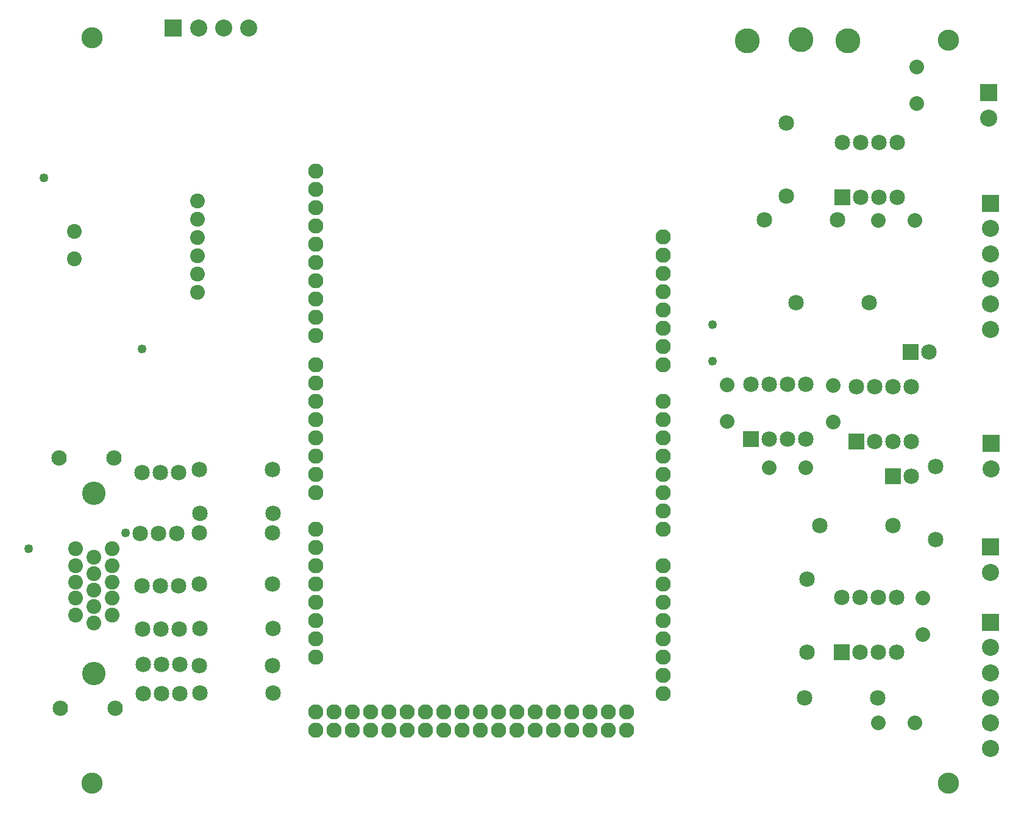
<source format=gts>
G04 MADE WITH FRITZING*
G04 WWW.FRITZING.ORG*
G04 DOUBLE SIDED*
G04 HOLES PLATED*
G04 CONTOUR ON CENTER OF CONTOUR VECTOR*
%ASAXBY*%
%FSLAX23Y23*%
%MOIN*%
%OFA0B0*%
%SFA1.0B1.0*%
%ADD10C,0.049370*%
%ADD11C,0.085000*%
%ADD12C,0.080000*%
%ADD13C,0.116000*%
%ADD14C,0.080866*%
%ADD15C,0.128110*%
%ADD16C,0.082917*%
%ADD17C,0.084000*%
%ADD18C,0.136614*%
%ADD19C,0.093307*%
%ADD20R,0.085000X0.085000*%
%ADD21R,0.093307X0.093307*%
%LNMASK1*%
G90*
G70*
G54D10*
X3820Y2733D03*
X3820Y2533D03*
X82Y1506D03*
X609Y1591D03*
X163Y3536D03*
X699Y2600D03*
G54D11*
X4407Y1634D03*
X4807Y1634D03*
X4527Y938D03*
X4527Y1238D03*
X4627Y938D03*
X4627Y1238D03*
X4727Y938D03*
X4727Y1238D03*
X4827Y938D03*
X4827Y1238D03*
X4529Y3430D03*
X4529Y3730D03*
X4629Y3430D03*
X4629Y3730D03*
X4729Y3430D03*
X4729Y3730D03*
X4829Y3430D03*
X4829Y3730D03*
X4607Y2094D03*
X4607Y2394D03*
X4707Y2094D03*
X4707Y2394D03*
X4807Y2094D03*
X4807Y2394D03*
X4907Y2094D03*
X4907Y2394D03*
X4029Y2107D03*
X4029Y2407D03*
X4129Y2107D03*
X4129Y2407D03*
X4229Y2107D03*
X4229Y2407D03*
X4329Y2107D03*
X4329Y2407D03*
G54D12*
X3899Y2403D03*
X3899Y2203D03*
X4480Y2400D03*
X4480Y2200D03*
X4132Y1948D03*
X4332Y1948D03*
X4969Y1236D03*
X4969Y1036D03*
X4928Y3302D03*
X4728Y3302D03*
X4928Y553D03*
X4728Y553D03*
X4938Y4141D03*
X4938Y3941D03*
G54D11*
X4337Y938D03*
X4337Y1338D03*
X4276Y2854D03*
X4676Y2854D03*
X5039Y1557D03*
X5039Y1957D03*
X4105Y3305D03*
X4505Y3305D03*
X4325Y688D03*
X4725Y688D03*
X4224Y3435D03*
X4224Y3835D03*
X4806Y1903D03*
X4906Y1903D03*
X4904Y2584D03*
X5004Y2584D03*
G54D13*
X5112Y223D03*
X5111Y4288D03*
X427Y223D03*
X428Y4304D03*
G54D14*
X538Y1413D03*
X538Y1235D03*
X538Y1324D03*
X538Y1505D03*
X330Y3241D03*
X330Y3091D03*
X1004Y3410D03*
X1004Y3310D03*
X1004Y3210D03*
X1004Y3110D03*
X1004Y3010D03*
X1004Y2910D03*
X538Y1143D03*
X437Y1369D03*
X437Y1279D03*
X437Y1458D03*
X437Y1188D03*
X437Y1098D03*
X337Y1143D03*
X337Y1505D03*
X337Y1413D03*
X337Y1324D03*
X337Y1235D03*
G54D15*
X436Y1810D03*
X437Y823D03*
G54D16*
X3551Y1313D03*
X3551Y2913D03*
X3551Y1213D03*
X3551Y1113D03*
X3551Y1013D03*
X3551Y913D03*
X2151Y613D03*
X3551Y813D03*
X3551Y713D03*
X1651Y2873D03*
X3551Y2313D03*
X3551Y2213D03*
X3551Y2113D03*
X3551Y2013D03*
X2951Y613D03*
X3551Y1913D03*
X3551Y1813D03*
X3551Y1713D03*
X3551Y1613D03*
X1651Y2113D03*
X1751Y613D03*
X2551Y613D03*
X3351Y613D03*
X1651Y3273D03*
X3551Y2513D03*
X1651Y2513D03*
X1951Y613D03*
X2351Y613D03*
X2751Y613D03*
X1651Y913D03*
X3151Y613D03*
X1651Y1013D03*
X1651Y1113D03*
X1651Y1213D03*
X1651Y1313D03*
X1651Y1413D03*
X1651Y1513D03*
X1651Y1613D03*
X1651Y3473D03*
X1651Y3073D03*
X1651Y2673D03*
X3551Y3113D03*
X3551Y2713D03*
X1651Y1913D03*
X1651Y2313D03*
X1651Y613D03*
X1851Y613D03*
X2051Y613D03*
X2251Y613D03*
X2451Y613D03*
X2651Y613D03*
X2851Y613D03*
X3051Y613D03*
X3251Y613D03*
X1651Y3573D03*
X1651Y3373D03*
X1651Y3173D03*
X1651Y2973D03*
X1651Y2773D03*
X3551Y3213D03*
X3551Y3013D03*
X3551Y2813D03*
X3551Y2613D03*
X1651Y1813D03*
X1651Y2013D03*
X1651Y2213D03*
X1651Y2413D03*
X1651Y513D03*
X1751Y513D03*
X1851Y513D03*
X1951Y513D03*
X2051Y513D03*
X2151Y513D03*
X2251Y513D03*
X2351Y513D03*
X2451Y513D03*
X2551Y513D03*
X2651Y513D03*
X2751Y513D03*
X2851Y513D03*
X2951Y513D03*
X3051Y513D03*
X3151Y513D03*
X3251Y513D03*
X3351Y513D03*
X3551Y1413D03*
X3551Y1313D03*
X3551Y2913D03*
X3551Y1213D03*
X3551Y1113D03*
X3551Y1013D03*
X3551Y913D03*
X2151Y613D03*
X3551Y813D03*
X3551Y713D03*
X1651Y2873D03*
X3551Y2313D03*
X3551Y2213D03*
X3551Y2113D03*
X3551Y2013D03*
X2951Y613D03*
X3551Y1913D03*
X3551Y1813D03*
X3551Y1713D03*
X3551Y1613D03*
X1651Y2113D03*
X1751Y613D03*
X2551Y613D03*
X3351Y613D03*
X1651Y3273D03*
X3551Y2513D03*
X1651Y2513D03*
X1951Y613D03*
X2351Y613D03*
X2751Y613D03*
X1651Y913D03*
X3151Y613D03*
X1651Y1013D03*
X1651Y1113D03*
X1651Y1213D03*
X1651Y1313D03*
X1651Y1413D03*
X1651Y1513D03*
X1651Y1613D03*
X1651Y3473D03*
X1651Y3073D03*
X1651Y2673D03*
X3551Y3113D03*
X3551Y2713D03*
X1651Y1913D03*
X1651Y2313D03*
X1651Y613D03*
X1851Y613D03*
X2051Y613D03*
X2251Y613D03*
X2451Y613D03*
X2651Y613D03*
X2851Y613D03*
X3051Y613D03*
X3251Y613D03*
X1651Y3573D03*
X1651Y3373D03*
X1651Y3173D03*
X1651Y2973D03*
X1651Y2773D03*
X3551Y3213D03*
X3551Y3013D03*
X3551Y2813D03*
X3551Y2613D03*
X1651Y1813D03*
X1651Y2013D03*
X1651Y2213D03*
X1651Y2413D03*
X1651Y513D03*
X1751Y513D03*
X1851Y513D03*
X1951Y513D03*
X2051Y513D03*
X2151Y513D03*
X2251Y513D03*
X2351Y513D03*
X2451Y513D03*
X2551Y513D03*
X2651Y513D03*
X2751Y513D03*
X2851Y513D03*
X2951Y513D03*
X3051Y513D03*
X3151Y513D03*
X3251Y513D03*
X3351Y513D03*
X3551Y1413D03*
G54D11*
X1015Y1312D03*
X1415Y1312D03*
X1016Y1068D03*
X1416Y1068D03*
X1015Y1592D03*
X1415Y1592D03*
X1016Y1700D03*
X1416Y1700D03*
X1015Y866D03*
X1415Y866D03*
X1415Y1939D03*
X1015Y1939D03*
X1417Y717D03*
X1017Y717D03*
G54D17*
X547Y2002D03*
X247Y2002D03*
X547Y2002D03*
X247Y2002D03*
G54D18*
X4562Y4287D03*
X4012Y4287D03*
G54D17*
X555Y634D03*
X255Y634D03*
X555Y634D03*
X255Y634D03*
G54D18*
X4304Y4291D03*
G54D11*
X901Y1302D03*
X801Y1302D03*
X701Y1302D03*
X904Y1066D03*
X804Y1066D03*
X704Y1066D03*
X908Y873D03*
X808Y873D03*
X708Y873D03*
X892Y1590D03*
X792Y1590D03*
X692Y1590D03*
X906Y713D03*
X806Y713D03*
X706Y713D03*
X899Y1922D03*
X799Y1922D03*
X699Y1922D03*
G54D19*
X5339Y1103D03*
X5339Y965D03*
X5339Y827D03*
X5339Y689D03*
X5339Y551D03*
X5339Y414D03*
X5342Y3396D03*
X5342Y3258D03*
X5342Y3120D03*
X5342Y2982D03*
X5342Y2845D03*
X5342Y2707D03*
X5343Y2082D03*
X5343Y1944D03*
X5340Y1515D03*
X5340Y1377D03*
X5332Y4001D03*
X5332Y3863D03*
X872Y4356D03*
X1010Y4356D03*
X1147Y4356D03*
X1285Y4356D03*
G54D20*
X4527Y938D03*
X4529Y3430D03*
X4607Y2094D03*
X4029Y2107D03*
X4806Y1903D03*
X4904Y2584D03*
G54D21*
X5339Y1103D03*
X5342Y3396D03*
X5343Y2082D03*
X5340Y1515D03*
X5332Y4001D03*
X872Y4356D03*
G04 End of Mask1*
M02*
</source>
